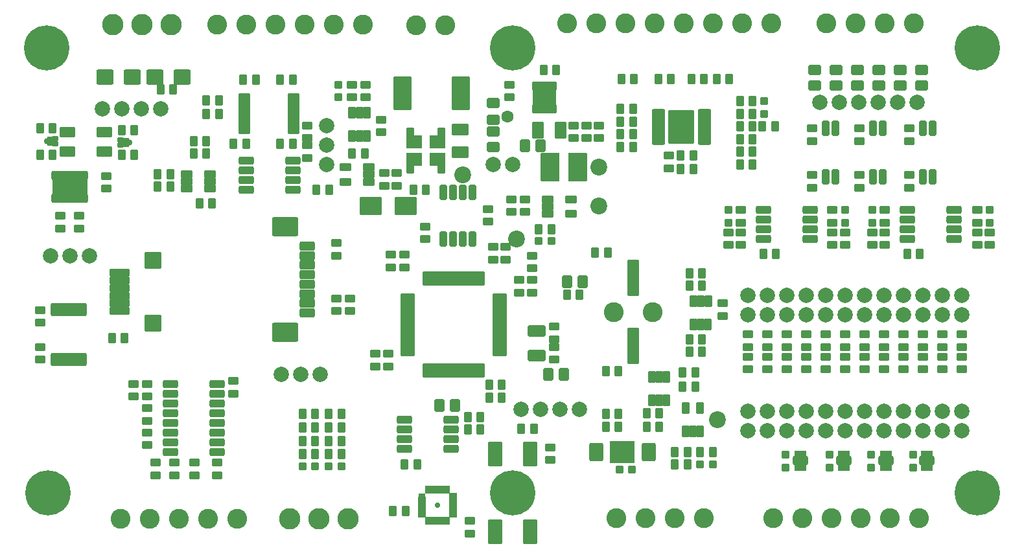
<source format=gbr>
%TF.GenerationSoftware,KiCad,Pcbnew,7.0.8*%
%TF.CreationDate,2024-06-23T22:33:46+02:00*%
%TF.ProjectId,Stima V4 Slave R1_1,5374696d-6120-4563-9420-536c61766520,rev?*%
%TF.SameCoordinates,Original*%
%TF.FileFunction,Soldermask,Top*%
%TF.FilePolarity,Negative*%
%FSLAX46Y46*%
G04 Gerber Fmt 4.6, Leading zero omitted, Abs format (unit mm)*
G04 Created by KiCad (PCBNEW 7.0.8) date 2024-06-23 22:33:46*
%MOMM*%
%LPD*%
G01*
G04 APERTURE LIST*
G04 Aperture macros list*
%AMRoundRect*
0 Rectangle with rounded corners*
0 $1 Rounding radius*
0 $2 $3 $4 $5 $6 $7 $8 $9 X,Y pos of 4 corners*
0 Add a 4 corners polygon primitive as box body*
4,1,4,$2,$3,$4,$5,$6,$7,$8,$9,$2,$3,0*
0 Add four circle primitives for the rounded corners*
1,1,$1+$1,$2,$3*
1,1,$1+$1,$4,$5*
1,1,$1+$1,$6,$7*
1,1,$1+$1,$8,$9*
0 Add four rect primitives between the rounded corners*
20,1,$1+$1,$2,$3,$4,$5,0*
20,1,$1+$1,$4,$5,$6,$7,0*
20,1,$1+$1,$6,$7,$8,$9,0*
20,1,$1+$1,$8,$9,$2,$3,0*%
G04 Aperture macros list end*
%ADD10RoundRect,0.200000X0.750000X-1.400000X0.750000X1.400000X-0.750000X1.400000X-0.750000X-1.400000X0*%
%ADD11C,2.600000*%
%ADD12C,1.000000*%
%ADD13RoundRect,0.200000X1.500000X-2.000000X1.500000X2.000000X-1.500000X2.000000X-1.500000X-2.000000X0*%
%ADD14RoundRect,0.200000X0.650000X-0.200000X0.650000X0.200000X-0.650000X0.200000X-0.650000X-0.200000X0*%
%ADD15RoundRect,0.200000X-0.150000X-0.350000X0.150000X-0.350000X0.150000X0.350000X-0.150000X0.350000X0*%
%ADD16RoundRect,0.200000X0.350000X-0.150000X0.350000X0.150000X-0.350000X0.150000X-0.350000X-0.150000X0*%
%ADD17RoundRect,0.100000X0.350000X-0.150000X0.350000X0.150000X-0.350000X0.150000X-0.350000X-0.150000X0*%
%ADD18C,0.700000*%
%ADD19RoundRect,0.200000X2.125000X0.825000X-2.125000X0.825000X-2.125000X-0.825000X2.125000X-0.825000X0*%
%ADD20RoundRect,0.200000X0.200000X0.400000X-0.200000X0.400000X-0.200000X-0.400000X0.200000X-0.400000X0*%
%ADD21RoundRect,0.200000X0.600000X-0.200000X0.600000X0.200000X-0.600000X0.200000X-0.600000X-0.200000X0*%
%ADD22RoundRect,0.200000X-0.600000X-0.900000X0.600000X-0.900000X0.600000X0.900000X-0.600000X0.900000X0*%
%ADD23RoundRect,0.200000X-0.950000X0.550000X-0.950000X-0.550000X0.950000X-0.550000X0.950000X0.550000X0*%
%ADD24RoundRect,0.200000X-0.600000X0.300000X-0.600000X-0.300000X0.600000X-0.300000X0.600000X0.300000X0*%
%ADD25RoundRect,0.200000X-0.150000X0.400000X-0.150000X-0.400000X0.150000X-0.400000X0.150000X0.400000X0*%
%ADD26RoundRect,0.200000X-1.300000X0.900000X-1.300000X-0.900000X1.300000X-0.900000X1.300000X0.900000X0*%
%ADD27RoundRect,0.200000X-0.300000X-0.600000X0.300000X-0.600000X0.300000X0.600000X-0.300000X0.600000X0*%
%ADD28RoundRect,0.200000X0.200000X0.650000X-0.200000X0.650000X-0.200000X-0.650000X0.200000X-0.650000X0*%
%ADD29RoundRect,0.200000X0.800000X0.300000X-0.800000X0.300000X-0.800000X-0.300000X0.800000X-0.300000X0*%
%ADD30RoundRect,0.200000X-0.800000X-0.300000X0.800000X-0.300000X0.800000X0.300000X-0.800000X0.300000X0*%
%ADD31RoundRect,0.200000X0.600000X-0.300000X0.600000X0.300000X-0.600000X0.300000X-0.600000X-0.300000X0*%
%ADD32RoundRect,0.200000X0.300000X-0.800000X0.300000X0.800000X-0.300000X0.800000X-0.300000X-0.800000X0*%
%ADD33RoundRect,0.200000X-0.750000X0.140000X-0.750000X-0.140000X0.750000X-0.140000X0.750000X0.140000X0*%
%ADD34RoundRect,0.200000X0.140000X0.750000X-0.140000X0.750000X-0.140000X-0.750000X0.140000X-0.750000X0*%
%ADD35RoundRect,0.200000X0.500000X-0.300000X0.500000X0.300000X-0.500000X0.300000X-0.500000X-0.300000X0*%
%ADD36RoundRect,0.200000X-0.300000X-0.500000X0.300000X-0.500000X0.300000X0.500000X-0.300000X0.500000X0*%
%ADD37RoundRect,0.200000X-0.500000X0.300000X-0.500000X-0.300000X0.500000X-0.300000X0.500000X0.300000X0*%
%ADD38RoundRect,0.200000X-0.635000X0.450000X-0.635000X-0.450000X0.635000X-0.450000X0.635000X0.450000X0*%
%ADD39RoundRect,0.200000X0.300000X0.500000X-0.300000X0.500000X-0.300000X-0.500000X0.300000X-0.500000X0*%
%ADD40RoundRect,0.200000X0.900000X0.800000X-0.900000X0.800000X-0.900000X-0.800000X0.900000X-0.800000X0*%
%ADD41RoundRect,0.200000X-0.300000X0.800000X-0.300000X-0.800000X0.300000X-0.800000X0.300000X0.800000X0*%
%ADD42RoundRect,0.200000X-0.350000X-1.150000X0.350000X-1.150000X0.350000X1.150000X-0.350000X1.150000X0*%
%ADD43RoundRect,0.200000X-0.850000X-0.650000X0.850000X-0.650000X0.850000X0.650000X-0.850000X0.650000X0*%
%ADD44RoundRect,0.200000X0.550000X-1.700000X0.550000X1.700000X-0.550000X1.700000X-0.550000X-1.700000X0*%
%ADD45RoundRect,0.200000X0.490000X-1.700000X0.490000X1.700000X-0.490000X1.700000X-0.490000X-1.700000X0*%
%ADD46RoundRect,0.200000X0.800000X0.500000X-0.800000X0.500000X-0.800000X-0.500000X0.800000X-0.500000X0*%
%ADD47C,2.000000*%
%ADD48C,1.600000*%
%ADD49RoundRect,0.200000X0.750000X-0.300000X0.750000X0.300000X-0.750000X0.300000X-0.750000X-0.300000X0*%
%ADD50RoundRect,0.200000X0.900000X-0.600000X0.900000X0.600000X-0.900000X0.600000X-0.900000X-0.600000X0*%
%ADD51C,2.800000*%
%ADD52RoundRect,0.200000X-0.800000X0.400000X-0.800000X-0.400000X0.800000X-0.400000X0.800000X0.400000X0*%
%ADD53RoundRect,0.200000X-1.500000X1.050000X-1.500000X-1.050000X1.500000X-1.050000X1.500000X1.050000X0*%
%ADD54C,2.200000*%
%ADD55RoundRect,0.200000X-0.700000X-1.000000X0.700000X-1.000000X0.700000X1.000000X-0.700000X1.000000X0*%
%ADD56RoundRect,0.200000X-1.450000X-1.250000X1.450000X-1.250000X1.450000X1.250000X-1.450000X1.250000X0*%
%ADD57RoundRect,0.200000X0.600000X-0.225000X0.600000X0.225000X-0.600000X0.225000X-0.600000X-0.225000X0*%
%ADD58RoundRect,0.200000X0.800000X-0.400000X0.800000X0.400000X-0.800000X0.400000X-0.800000X-0.400000X0*%
%ADD59RoundRect,0.200000X-0.900000X0.600000X-0.900000X-0.600000X0.900000X-0.600000X0.900000X0.600000X0*%
%ADD60RoundRect,0.200000X-0.300000X-0.300000X0.300000X-0.300000X0.300000X0.300000X-0.300000X0.300000X0*%
%ADD61RoundRect,0.200000X0.300000X0.300000X-0.300000X0.300000X-0.300000X-0.300000X0.300000X-0.300000X0*%
%ADD62RoundRect,0.200000X0.300000X-0.300000X0.300000X0.300000X-0.300000X0.300000X-0.300000X-0.300000X0*%
%ADD63RoundRect,0.200000X-0.300000X0.300000X-0.300000X-0.300000X0.300000X-0.300000X0.300000X0.300000X0*%
%ADD64RoundRect,0.200000X1.250000X1.000000X-1.250000X1.000000X-1.250000X-1.000000X1.250000X-1.000000X0*%
%ADD65RoundRect,0.200000X0.225000X0.125000X-0.225000X0.125000X-0.225000X-0.125000X0.225000X-0.125000X0*%
%ADD66RoundRect,0.200000X-0.200000X-0.400000X0.200000X-0.400000X0.200000X0.400000X-0.200000X0.400000X0*%
%ADD67RoundRect,0.200000X-0.200000X-0.150000X0.200000X-0.150000X0.200000X0.150000X-0.200000X0.150000X0*%
%ADD68RoundRect,0.200000X-0.225000X-0.125000X0.225000X-0.125000X0.225000X0.125000X-0.225000X0.125000X0*%
%ADD69RoundRect,0.200000X0.200000X0.150000X-0.200000X0.150000X-0.200000X-0.150000X0.200000X-0.150000X0*%
%ADD70RoundRect,0.200000X1.000000X2.000000X-1.000000X2.000000X-1.000000X-2.000000X1.000000X-2.000000X0*%
%ADD71RoundRect,0.200000X-0.450000X-0.635000X0.450000X-0.635000X0.450000X0.635000X-0.450000X0.635000X0*%
%ADD72RoundRect,0.200000X0.600000X2.150000X-0.600000X2.150000X-0.600000X-2.150000X0.600000X-2.150000X0*%
%ADD73RoundRect,0.200000X0.450000X0.635000X-0.450000X0.635000X-0.450000X-0.635000X0.450000X-0.635000X0*%
%ADD74C,5.900000*%
G04 APERTURE END LIST*
D10*
%TO.C,SW1*%
X146215100Y-129006600D03*
X146215100Y-139166600D03*
X150787100Y-129006600D03*
X150787100Y-139166600D03*
%TD*%
D11*
%TO.C,*%
X161710700Y-110488400D03*
X166790700Y-110488400D03*
%TD*%
D12*
%TO.C,U16*%
X171440100Y-87776600D03*
X171440100Y-86252600D03*
X171440100Y-84728600D03*
X170551100Y-87776600D03*
D13*
X170551100Y-86252600D03*
D12*
X170551100Y-84728600D03*
X169662100Y-87776600D03*
X169662100Y-86252600D03*
X169662100Y-84728600D03*
D14*
X173551100Y-84302600D03*
X173551100Y-84952600D03*
X173551100Y-85602600D03*
X173551100Y-86252600D03*
X173551100Y-86902600D03*
X173551100Y-87552600D03*
X173551100Y-88202600D03*
X167551100Y-88202600D03*
X167551100Y-87552600D03*
X167551100Y-86902600D03*
X167551100Y-86252600D03*
X167551100Y-85602600D03*
X167551100Y-84952600D03*
X167551100Y-84302600D03*
%TD*%
D15*
%TO.C,U11*%
X137440100Y-133717600D03*
X137940100Y-133717600D03*
X138440100Y-133717600D03*
X138940100Y-133717600D03*
X139440100Y-133717600D03*
X139940100Y-133717600D03*
D16*
X140690100Y-134467600D03*
X140690100Y-134967600D03*
X140690100Y-135467600D03*
X140690100Y-135967600D03*
X140690100Y-136467600D03*
X140690100Y-136967590D03*
D15*
X139940100Y-137717600D03*
X139440100Y-137717600D03*
X138940100Y-137717600D03*
X138440100Y-137717600D03*
X137940100Y-137717600D03*
X137440100Y-137717600D03*
D16*
X136690100Y-136967590D03*
X136690100Y-136467600D03*
X136690100Y-135967600D03*
X136690100Y-135467600D03*
X136690100Y-134967600D03*
D17*
X136690100Y-134467600D03*
D18*
X138690100Y-135717600D03*
%TD*%
D19*
%TO.C,U4*%
X90634100Y-94105600D03*
D20*
X88684100Y-92605600D03*
X89334100Y-92605600D03*
X89984100Y-92605600D03*
X90634100Y-92605600D03*
X91284100Y-92605600D03*
X91934100Y-92605600D03*
X92584100Y-92605600D03*
X92584100Y-95605600D03*
X91934100Y-95605600D03*
X91284100Y-95605600D03*
X90634100Y-95605600D03*
X89984100Y-95605600D03*
X89334100Y-95605600D03*
X88684100Y-95605600D03*
%TD*%
D21*
%TO.C,U5*%
X113426100Y-82270600D03*
X113426100Y-82920600D03*
X113426100Y-83570600D03*
X113426100Y-84220600D03*
X113426100Y-84870600D03*
X113426100Y-85520600D03*
X113426100Y-86170600D03*
X113426100Y-86820600D03*
X119926100Y-86820600D03*
X119926100Y-86170600D03*
X119926100Y-85520600D03*
X119926100Y-84870600D03*
X119926100Y-84220600D03*
X119926100Y-83570600D03*
X119926100Y-82920600D03*
X119926100Y-82270600D03*
%TD*%
D22*
%TO.C,C82*%
X151803100Y-86715600D03*
X154803100Y-86715600D03*
%TD*%
D23*
%TO.C,X1*%
X151676100Y-112979200D03*
X151676100Y-116179600D03*
%TD*%
D24*
%TO.C,U20*%
X156121100Y-95732600D03*
X156121100Y-97637600D03*
X153073100Y-97632600D03*
X153073100Y-96682600D03*
X153073100Y-95732600D03*
%TD*%
D25*
%TO.C,U19*%
X151422100Y-83921600D03*
X151922100Y-83921600D03*
X152422100Y-83921600D03*
X152922100Y-83921600D03*
X153422100Y-83921600D03*
X153922100Y-83921600D03*
X153922100Y-80921600D03*
X153422100Y-80921600D03*
X152922100Y-80921600D03*
X152422100Y-80921600D03*
X151922100Y-80921600D03*
X151422100Y-80921600D03*
D12*
X151783100Y-82929600D03*
X152672100Y-82929600D03*
X153561100Y-82929600D03*
X151783100Y-82421600D03*
D26*
X152672100Y-82421600D03*
D12*
X153561100Y-82421600D03*
X151783100Y-81913600D03*
X152672100Y-81913600D03*
X153561100Y-81913600D03*
%TD*%
D27*
%TO.C,U18*%
X166667110Y-122021600D03*
X167617110Y-122021600D03*
X168567110Y-122021600D03*
X168572110Y-118973600D03*
X167617110Y-118973600D03*
X166667110Y-118973600D03*
%TD*%
%TO.C,U17*%
X171107100Y-123037600D03*
X173012100Y-123037600D03*
X173007100Y-126085600D03*
X172057100Y-126085600D03*
X171107100Y-126085600D03*
%TD*%
%TO.C,U15*%
X172128100Y-112115600D03*
X173078100Y-112115600D03*
X174028100Y-112115600D03*
X174033100Y-109067600D03*
X173078100Y-109067600D03*
X172128100Y-109067600D03*
%TD*%
D28*
%TO.C,U14*%
X88557100Y-110187600D03*
X89207100Y-110187600D03*
X89857100Y-110187600D03*
X90507100Y-110187600D03*
X91157100Y-110187600D03*
X91807100Y-110187600D03*
X92457100Y-110187600D03*
X92457100Y-116687600D03*
X91807100Y-116687600D03*
X91157100Y-116687600D03*
X90507100Y-116687600D03*
X89857100Y-116687600D03*
X89207100Y-116687600D03*
X88557100Y-116687600D03*
%TD*%
D29*
%TO.C,U13*%
X187363100Y-100939600D03*
X187363100Y-99669600D03*
X187363100Y-98399600D03*
X187363100Y-97129600D03*
X181267100Y-97129600D03*
X181267100Y-98399600D03*
X181267100Y-99669600D03*
X181267100Y-100939600D03*
%TD*%
%TO.C,U12*%
X206159100Y-100939600D03*
X206159100Y-99669600D03*
X206159100Y-98399600D03*
X206159100Y-97129600D03*
X200063100Y-97129600D03*
X200063100Y-98399600D03*
X200063100Y-99669600D03*
X200063100Y-100939600D03*
%TD*%
D30*
%TO.C,U10*%
X103778340Y-119881360D03*
X103778340Y-121151360D03*
X103778340Y-122421360D03*
X103778340Y-123691360D03*
X103778340Y-124961360D03*
X103778340Y-126231360D03*
X103778340Y-127501360D03*
X103778340Y-128771360D03*
X109874340Y-128771360D03*
X109874340Y-127501360D03*
X109874340Y-126231360D03*
X109874340Y-124961360D03*
X109874340Y-123691360D03*
X109874340Y-122421360D03*
X109874340Y-121151360D03*
X109874340Y-119881360D03*
%TD*%
D24*
%TO.C,U9*%
X105956100Y-92430600D03*
X105956100Y-93380600D03*
X105956100Y-94330600D03*
X109004100Y-94335600D03*
X109004100Y-93380600D03*
X109004100Y-92430600D03*
%TD*%
D27*
%TO.C,U8*%
X127546100Y-84429600D03*
X128496100Y-84429600D03*
X129451100Y-84429600D03*
X129446100Y-87477600D03*
X128496100Y-87477600D03*
X127546100Y-87477600D03*
%TD*%
D31*
%TO.C,U7*%
X126657100Y-93446600D03*
X126657100Y-91541600D03*
X129705100Y-91546600D03*
X129705100Y-92496600D03*
X129705100Y-93446600D03*
%TD*%
D30*
%TO.C,U6*%
X113703100Y-90652600D03*
X113703100Y-91922600D03*
X113703100Y-93192600D03*
X113703100Y-94462600D03*
X119799100Y-94462600D03*
X119799100Y-93192600D03*
X119799100Y-91922600D03*
X119799100Y-90652600D03*
%TD*%
D32*
%TO.C,U3*%
X139484100Y-100939600D03*
X140754100Y-100939600D03*
X142024100Y-100939600D03*
X143294100Y-100939600D03*
X143294100Y-94843600D03*
X142024100Y-94843600D03*
X140754100Y-94843600D03*
X139484100Y-94843600D03*
%TD*%
D30*
%TO.C,U2*%
X134404100Y-124561600D03*
X134404100Y-125831600D03*
X134404100Y-127101600D03*
X134404100Y-128371600D03*
X140500100Y-128371600D03*
X140500100Y-127101600D03*
X140500100Y-125831600D03*
X140500100Y-124561600D03*
%TD*%
D33*
%TO.C,U1*%
X146785090Y-115885590D03*
X146785090Y-115385600D03*
X146785090Y-114885600D03*
X146785090Y-114385600D03*
X146785090Y-113885600D03*
X146785090Y-113385600D03*
X146785090Y-112885600D03*
X146785090Y-112385600D03*
X146785090Y-111885600D03*
X146785090Y-111385600D03*
X146785090Y-110885600D03*
X146785090Y-110385610D03*
X146785090Y-109885600D03*
X146785090Y-109385600D03*
X146785090Y-108885610D03*
X146785090Y-108385610D03*
D34*
X144535090Y-106135610D03*
X144035090Y-106135610D03*
X143535090Y-106135610D03*
X143035090Y-106135610D03*
X142535090Y-106135610D03*
X142035090Y-106135610D03*
X141535090Y-106135610D03*
X141035090Y-106135610D03*
X140535090Y-106135610D03*
X140035100Y-106135610D03*
X139535100Y-106135610D03*
X139035100Y-106135610D03*
X138535100Y-106135610D03*
X138035100Y-106135610D03*
X137535100Y-106135610D03*
X137035100Y-106135610D03*
D33*
X134785100Y-108385610D03*
X134785100Y-108885610D03*
X134785100Y-109385600D03*
X134785100Y-109885600D03*
X134785100Y-110385610D03*
X134785100Y-110885600D03*
X134785100Y-111385600D03*
X134785100Y-111885600D03*
X134785100Y-112385600D03*
X134785100Y-112885600D03*
X134785100Y-113385600D03*
X134785100Y-113885600D03*
X134785100Y-114385600D03*
X134785100Y-114885600D03*
X134785100Y-115385600D03*
X134785100Y-115885590D03*
D34*
X137035100Y-118135600D03*
X137535100Y-118135600D03*
X138035100Y-118135600D03*
X138535100Y-118135600D03*
X139035100Y-118135600D03*
X139535100Y-118135600D03*
X140035100Y-118135600D03*
X140535090Y-118135600D03*
X141035090Y-118135600D03*
X141535090Y-118135600D03*
X142035090Y-118135600D03*
X142535090Y-118135600D03*
X143035090Y-118135600D03*
X143535090Y-118135600D03*
X144035090Y-118135600D03*
X144535090Y-118135600D03*
%TD*%
D35*
%TO.C,R79*%
X153454100Y-129805100D03*
X153454100Y-128154100D03*
%TD*%
%TO.C,R78*%
X121704100Y-90308100D03*
X121704100Y-88657100D03*
%TD*%
D36*
%TO.C,R77*%
X122861400Y-94461000D03*
X124512400Y-94461000D03*
%TD*%
D37*
%TO.C,R76*%
X121704100Y-86080600D03*
X121704100Y-87731600D03*
%TD*%
D38*
%TO.C,R75*%
X199174100Y-78841600D03*
X199174100Y-80873600D03*
%TD*%
%TO.C,R74*%
X193586100Y-78841600D03*
X193586100Y-80873600D03*
%TD*%
%TO.C,R73*%
X187998100Y-78841600D03*
X187998100Y-80873600D03*
%TD*%
D35*
%TO.C,R72*%
X148120100Y-82416360D03*
X148120100Y-80765360D03*
%TD*%
D38*
%TO.C,R71*%
X145961100Y-86842600D03*
X145961100Y-88874600D03*
%TD*%
D36*
%TO.C,R70*%
X170726100Y-118338600D03*
X172377100Y-118338600D03*
%TD*%
D39*
%TO.C,R69*%
X172377100Y-120243600D03*
X170726100Y-120243600D03*
%TD*%
%TO.C,R68*%
X179870100Y-89509600D03*
X178219100Y-89509600D03*
%TD*%
%TO.C,R67*%
X179870100Y-91160600D03*
X178219100Y-91160600D03*
%TD*%
D36*
%TO.C,R66*%
X162598100Y-87223600D03*
X164249100Y-87223600D03*
%TD*%
%TO.C,R65*%
X162598100Y-88874600D03*
X164249100Y-88874600D03*
%TD*%
%TO.C,R64*%
X178219100Y-82905600D03*
X179870100Y-82905600D03*
%TD*%
%TO.C,R63*%
X162598100Y-83921600D03*
X164249100Y-83921600D03*
%TD*%
%TO.C,R62*%
X178219100Y-86207600D03*
X179870100Y-86207600D03*
%TD*%
%TO.C,R61*%
X178219100Y-84556600D03*
X179870100Y-84556600D03*
%TD*%
%TO.C,R60*%
X162598100Y-85572600D03*
X164249100Y-85572600D03*
%TD*%
D39*
%TO.C,R59*%
X172123100Y-91795600D03*
X170472100Y-91795600D03*
%TD*%
%TO.C,R58*%
X179870100Y-87858600D03*
X178219100Y-87858600D03*
%TD*%
D37*
%TO.C,R57*%
X175933100Y-109321600D03*
X175933100Y-110972600D03*
%TD*%
D36*
%TO.C,R56*%
X159296100Y-102717600D03*
X160947100Y-102717600D03*
%TD*%
D37*
%TO.C,R55*%
X179235100Y-113385600D03*
X179235100Y-115036600D03*
%TD*%
%TO.C,R54*%
X181775100Y-113385600D03*
X181775100Y-115036600D03*
%TD*%
%TO.C,R53*%
X184315100Y-113385600D03*
X184315100Y-115036600D03*
%TD*%
D35*
%TO.C,R52*%
X179235100Y-117957600D03*
X179235100Y-116306600D03*
%TD*%
%TO.C,R51*%
X181775100Y-117957600D03*
X181775100Y-116306600D03*
%TD*%
D37*
%TO.C,R50*%
X178346100Y-100050600D03*
X178346100Y-101701600D03*
%TD*%
D35*
%TO.C,R49*%
X184315100Y-117957600D03*
X184315100Y-116306600D03*
%TD*%
D37*
%TO.C,R48*%
X186855100Y-113385600D03*
X186855100Y-115036600D03*
%TD*%
%TO.C,R47*%
X189395100Y-113385600D03*
X189395100Y-115036600D03*
%TD*%
%TO.C,R46*%
X191935100Y-113385600D03*
X191935100Y-115036600D03*
%TD*%
D35*
%TO.C,R45*%
X186855100Y-117957600D03*
X186855100Y-116306600D03*
%TD*%
%TO.C,R44*%
X189395100Y-117957600D03*
X189395100Y-116306600D03*
%TD*%
D37*
%TO.C,R43*%
X190284100Y-100050600D03*
X190284100Y-101701600D03*
%TD*%
D35*
%TO.C,R42*%
X191935100Y-117957600D03*
X191935100Y-116306600D03*
%TD*%
D37*
%TO.C,R41*%
X200317100Y-92557600D03*
X200317100Y-94208600D03*
%TD*%
%TO.C,R40*%
X200317100Y-86461600D03*
X200317100Y-88112600D03*
%TD*%
D38*
%TO.C,R39*%
X201968100Y-78841600D03*
X201968100Y-80873600D03*
%TD*%
D37*
%TO.C,R38*%
X194475100Y-113385600D03*
X194475100Y-115036600D03*
%TD*%
%TO.C,R37*%
X197015100Y-113385600D03*
X197015100Y-115036600D03*
%TD*%
%TO.C,R36*%
X199555100Y-113385600D03*
X199555100Y-115036600D03*
%TD*%
D35*
%TO.C,R35*%
X194475100Y-117957600D03*
X194475100Y-116306600D03*
%TD*%
%TO.C,R34*%
X197015100Y-117957600D03*
X197015100Y-116306600D03*
%TD*%
D37*
%TO.C,R33*%
X193840100Y-92557600D03*
X193840100Y-94208600D03*
%TD*%
%TO.C,R32*%
X197142100Y-100050600D03*
X197142100Y-101701600D03*
%TD*%
D35*
%TO.C,R31*%
X199555100Y-117957600D03*
X199555100Y-116306600D03*
%TD*%
D37*
%TO.C,R30*%
X193840100Y-86461600D03*
X193840100Y-88112600D03*
%TD*%
D38*
%TO.C,R29*%
X196380100Y-78841600D03*
X196380100Y-80873600D03*
%TD*%
D37*
%TO.C,R28*%
X202095100Y-113385600D03*
X202095100Y-115036600D03*
%TD*%
%TO.C,R27*%
X204635100Y-113385600D03*
X204635100Y-115036600D03*
%TD*%
%TO.C,R26*%
X207175100Y-113385600D03*
X207175100Y-115036600D03*
%TD*%
D35*
%TO.C,R25*%
X202095100Y-117957600D03*
X202095100Y-116306600D03*
%TD*%
D37*
%TO.C,R24*%
X187617100Y-92557600D03*
X187617100Y-94208600D03*
%TD*%
%TO.C,R23*%
X187617100Y-86461600D03*
X187617100Y-88112600D03*
%TD*%
D35*
%TO.C,R22*%
X204635100Y-117957600D03*
X204635100Y-116306600D03*
%TD*%
D38*
%TO.C,R21*%
X190792100Y-78841600D03*
X190792100Y-80873600D03*
%TD*%
D37*
%TO.C,R20*%
X209207100Y-100050600D03*
X209207100Y-101701600D03*
%TD*%
D35*
%TO.C,R19*%
X207175100Y-117957600D03*
X207175100Y-116306600D03*
%TD*%
D36*
%TO.C,R18*%
X121069100Y-123799600D03*
X122720100Y-123799600D03*
%TD*%
D39*
%TO.C,R17*%
X126149100Y-123799600D03*
X124498100Y-123799600D03*
%TD*%
%TO.C,R16*%
X109258100Y-96240600D03*
X107607100Y-96240600D03*
%TD*%
D37*
%TO.C,R15*%
X131356100Y-85318600D03*
X131356100Y-86969600D03*
%TD*%
D39*
%TO.C,R14*%
X110147100Y-82778600D03*
X108496100Y-82778600D03*
%TD*%
%TO.C,R13*%
X110147100Y-84556600D03*
X108496100Y-84556600D03*
%TD*%
D40*
%TO.C,R12*%
X105321100Y-79730600D03*
X101765100Y-79730600D03*
%TD*%
%TO.C,R11*%
X98844100Y-79730600D03*
X95288100Y-79730600D03*
%TD*%
D36*
%TO.C,R10*%
X160693100Y-118211600D03*
X162344100Y-118211600D03*
%TD*%
D35*
%TO.C,R9*%
X137071100Y-100958360D03*
X137071100Y-99307360D03*
%TD*%
D36*
%TO.C,R8*%
X155613100Y-108178600D03*
X157264100Y-108178600D03*
%TD*%
%TO.C,R7*%
X149644100Y-125704600D03*
X151295100Y-125704600D03*
%TD*%
%TO.C,R6*%
X134404100Y-130403600D03*
X136055100Y-130403600D03*
%TD*%
D39*
%TO.C,R5*%
X144310100Y-125831600D03*
X142659100Y-125831600D03*
%TD*%
%TO.C,R4*%
X144310100Y-124180600D03*
X142659100Y-124180600D03*
%TD*%
D35*
%TO.C,R3*%
X127292100Y-110337600D03*
X127292100Y-108686600D03*
%TD*%
%TO.C,R2*%
X125514100Y-110337600D03*
X125514100Y-108686600D03*
%TD*%
D37*
%TO.C,R1*%
X125514100Y-101447600D03*
X125514100Y-103098600D03*
%TD*%
D41*
%TO.C,OC3*%
X203365100Y-86461600D03*
X202095100Y-86461600D03*
X202095100Y-92811600D03*
X203365100Y-92811600D03*
%TD*%
%TO.C,OC2*%
X196888100Y-86461600D03*
X195618100Y-86461600D03*
X195618100Y-92811600D03*
X196888100Y-92811600D03*
%TD*%
%TO.C,OC1*%
X190665100Y-86461600D03*
X189395100Y-86461600D03*
X189395100Y-92811600D03*
X190665100Y-92811600D03*
%TD*%
D42*
%TO.C,L3*%
X139230100Y-87731600D03*
D43*
X138722100Y-88239600D03*
X138722100Y-90525600D03*
D42*
X139230100Y-91033600D03*
D43*
X135674100Y-90525600D03*
D42*
X135166100Y-91033600D03*
X135166100Y-87731600D03*
D43*
X135674100Y-88239600D03*
%TD*%
D44*
%TO.C,L2*%
X152946100Y-91541600D03*
D45*
X153962100Y-91541600D03*
X156502100Y-91541600D03*
D44*
X157518100Y-91541600D03*
%TD*%
D46*
%TO.C,L1*%
X90335100Y-86969600D03*
X90335100Y-89509600D03*
X95161100Y-89509600D03*
X95161100Y-86969600D03*
%TD*%
D47*
%TO.C,JP35*%
X198793100Y-83032600D03*
X201333100Y-83032600D03*
%TD*%
%TO.C,JP34*%
X193713100Y-83032600D03*
X196253100Y-83032600D03*
%TD*%
%TO.C,JP33*%
X191173100Y-83032600D03*
X188633100Y-83032600D03*
%TD*%
%TO.C,JP32*%
X148501100Y-91160600D03*
X145961100Y-91160600D03*
%TD*%
%TO.C,JP31*%
X179235100Y-108305600D03*
X179235100Y-110845600D03*
%TD*%
%TO.C,JP30*%
X181775100Y-108305600D03*
X181775100Y-110845600D03*
%TD*%
%TO.C,JP29*%
X184315100Y-108305600D03*
X184315100Y-110845600D03*
%TD*%
%TO.C,JP28*%
X179235100Y-125958600D03*
X179235100Y-123418600D03*
%TD*%
%TO.C,JP27*%
X181775100Y-125958600D03*
X181775100Y-123418600D03*
%TD*%
%TO.C,JP26*%
X184315100Y-125958600D03*
X184315100Y-123418600D03*
%TD*%
%TO.C,JP25*%
X186855100Y-108305600D03*
X186855100Y-110845600D03*
%TD*%
%TO.C,JP24*%
X189395100Y-108305600D03*
X189395100Y-110845600D03*
%TD*%
%TO.C,JP23*%
X191935100Y-110845600D03*
X191935100Y-108305600D03*
%TD*%
%TO.C,JP22*%
X186855100Y-125958600D03*
X186855100Y-123418600D03*
%TD*%
%TO.C,JP21*%
X189395100Y-125958600D03*
X189395100Y-123418600D03*
%TD*%
%TO.C,JP20*%
X191935100Y-125958600D03*
X191935100Y-123418600D03*
%TD*%
%TO.C,JP19*%
X194475100Y-108305600D03*
X194475100Y-110845600D03*
%TD*%
%TO.C,JP18*%
X197015100Y-108305600D03*
X197015100Y-110845600D03*
%TD*%
%TO.C,JP17*%
X199555100Y-108305600D03*
X199555100Y-110845600D03*
%TD*%
%TO.C,JP16*%
X194475100Y-125958600D03*
X194475100Y-123418600D03*
%TD*%
%TO.C,JP15*%
X197015100Y-125958600D03*
X197015100Y-123418600D03*
%TD*%
%TO.C,JP14*%
X199555100Y-125958600D03*
X199555100Y-123418600D03*
%TD*%
%TO.C,JP13*%
X202095100Y-108305600D03*
X202095100Y-110845600D03*
%TD*%
%TO.C,JP12*%
X204635100Y-108305600D03*
X204635100Y-110845600D03*
%TD*%
%TO.C,JP11*%
X207175100Y-108305600D03*
X207175100Y-110845600D03*
%TD*%
%TO.C,JP10*%
X202095100Y-125958600D03*
X202095100Y-123418600D03*
%TD*%
%TO.C,JP9*%
X204635100Y-125958600D03*
X204635100Y-123418600D03*
%TD*%
%TO.C,JP8*%
X207175100Y-125958600D03*
X207175100Y-123418600D03*
%TD*%
%TO.C,JP7*%
X93256100Y-103098600D03*
X90716100Y-103098600D03*
X88176100Y-103098600D03*
%TD*%
%TO.C,JP6*%
X124244100Y-86080600D03*
X124244100Y-88620600D03*
X124244100Y-91160600D03*
%TD*%
%TO.C,JP5*%
X102527100Y-83921600D03*
X99987100Y-83921600D03*
%TD*%
%TO.C,JP4*%
X97447100Y-83921600D03*
X94907100Y-83921600D03*
%TD*%
%TO.C,JP3*%
X154724100Y-123164600D03*
X157264100Y-123164600D03*
%TD*%
%TO.C,JP2*%
X149644100Y-123164600D03*
X152184100Y-123164600D03*
%TD*%
%TO.C,JP1*%
X118275100Y-118592600D03*
X120815100Y-118592600D03*
X123355100Y-118592600D03*
%TD*%
D11*
%TO.C,J12*%
X135928100Y-72999600D03*
X139738100Y-72999600D03*
%TD*%
D48*
%TO.C,J11*%
X147866100Y-84937600D03*
%TD*%
D11*
%TO.C,J10*%
X155613100Y-72745600D03*
X159423100Y-72745600D03*
X163233100Y-72745600D03*
X167043100Y-72745600D03*
X170853100Y-72745600D03*
X174663100Y-72745600D03*
X178473100Y-72745600D03*
X182283100Y-72745600D03*
%TD*%
%TO.C,J9*%
X173520100Y-137388600D03*
X169710100Y-137388600D03*
X165900100Y-137388600D03*
X162090100Y-137388600D03*
%TD*%
%TO.C,J8*%
X201587100Y-137388600D03*
X197777100Y-137388600D03*
X193967100Y-137388600D03*
X190157100Y-137388600D03*
X186347100Y-137388600D03*
X182537100Y-137388600D03*
%TD*%
%TO.C,J7*%
X189522100Y-72745600D03*
X193332100Y-72745600D03*
X197142100Y-72745600D03*
X200952100Y-72745600D03*
%TD*%
D49*
%TO.C,J6*%
X97574100Y-110337600D03*
X96812100Y-110337600D03*
X97574100Y-109337600D03*
X96812100Y-109337600D03*
X97574100Y-108337600D03*
X96812100Y-108337600D03*
X97574100Y-107337600D03*
X96812100Y-107337600D03*
X97574100Y-106337600D03*
X96812100Y-106337600D03*
X97574100Y-105337600D03*
X96812100Y-105337600D03*
D50*
X101485700Y-103407200D03*
X101485700Y-104042200D03*
X101485700Y-111633000D03*
X101485700Y-112268000D03*
%TD*%
D11*
%TO.C,J5*%
X112560100Y-137515600D03*
X108750100Y-137515600D03*
X104940100Y-137515600D03*
X101130100Y-137515600D03*
X97320100Y-137515600D03*
%TD*%
D51*
%TO.C,J4*%
X127038100Y-137515600D03*
X123228100Y-137515600D03*
X119418100Y-137515600D03*
%TD*%
%TO.C,J3*%
X96304100Y-72872600D03*
X100114100Y-72872600D03*
X103924100Y-72872600D03*
%TD*%
D11*
%TO.C,J2*%
X109893100Y-72872600D03*
X113703100Y-72872600D03*
X117513100Y-72872600D03*
X121323100Y-72872600D03*
X125133100Y-72872600D03*
X128943100Y-72872600D03*
%TD*%
D52*
%TO.C,J1*%
X121704100Y-110591600D03*
X121704100Y-109341600D03*
X121704100Y-108091600D03*
X121704100Y-106841600D03*
X121704100Y-105591600D03*
X121704100Y-104341600D03*
X121704100Y-103091600D03*
X121704100Y-101841600D03*
D53*
X118783100Y-113131600D03*
X118783100Y-99301600D03*
%TD*%
D54*
%TO.C,GND1*%
X159804100Y-96621600D03*
%TD*%
D55*
%TO.C,FIL15*%
X159423100Y-128752600D03*
X166281100Y-128752600D03*
D56*
X162852100Y-128752600D03*
%TD*%
D57*
%TO.C,FIL14*%
X186093100Y-130784600D03*
X186093100Y-129006600D03*
D58*
X186093100Y-129895600D03*
%TD*%
D57*
%TO.C,FIL13*%
X191808100Y-130784600D03*
X191808100Y-129006600D03*
D58*
X191808100Y-129895600D03*
%TD*%
D57*
%TO.C,FIL12*%
X197269100Y-130784600D03*
X197269100Y-129006600D03*
D58*
X197269100Y-129895600D03*
%TD*%
D57*
%TO.C,FIL11*%
X202603100Y-130784600D03*
X202603100Y-129006600D03*
D58*
X202603100Y-129895600D03*
%TD*%
D37*
%TO.C,FIL7*%
X109893100Y-130168360D03*
X109893100Y-131819360D03*
%TD*%
%TO.C,FIL6*%
X104305100Y-130168370D03*
X104305100Y-131819370D03*
%TD*%
%TO.C,FIL5*%
X101892100Y-130168360D03*
X101892100Y-131819360D03*
%TD*%
%TO.C,FIL4*%
X106972100Y-130168370D03*
X106972100Y-131819370D03*
%TD*%
D39*
%TO.C,FIL3*%
X122720100Y-127355600D03*
X121069100Y-127355600D03*
%TD*%
D36*
%TO.C,FIL2*%
X124498100Y-127355600D03*
X126149100Y-127355600D03*
%TD*%
D37*
%TO.C,FIL1*%
X151041100Y-103098600D03*
X151041100Y-104749600D03*
%TD*%
D59*
%TO.C,F1*%
X141643100Y-86588600D03*
X141643100Y-89588600D03*
%TD*%
D60*
%TO.C,DZ19*%
X151930100Y-101193600D03*
X153581100Y-101193600D03*
%TD*%
D61*
%TO.C,DZ18*%
X164122100Y-131038600D03*
X162471100Y-131038600D03*
%TD*%
D60*
%TO.C,DZ17*%
X173012100Y-130403600D03*
X174663100Y-130403600D03*
%TD*%
D62*
%TO.C,DZ16*%
X181394100Y-84556600D03*
X181394100Y-82905600D03*
%TD*%
D63*
%TO.C,DZ15*%
X176695100Y-97129600D03*
X176695100Y-98780600D03*
%TD*%
D62*
%TO.C,DZ14*%
X184188100Y-130784600D03*
X184188100Y-129133600D03*
%TD*%
%TO.C,DZ13*%
X191935100Y-98780600D03*
X191935100Y-97129600D03*
%TD*%
%TO.C,DZ12*%
X189903100Y-130784600D03*
X189903100Y-129133600D03*
%TD*%
D63*
%TO.C,DZ11*%
X195491100Y-97129600D03*
X195491100Y-98780600D03*
%TD*%
D62*
%TO.C,DZ10*%
X195364100Y-130784600D03*
X195364100Y-129133600D03*
%TD*%
%TO.C,DZ9*%
X210858100Y-98780600D03*
X210858100Y-97129600D03*
%TD*%
%TO.C,DZ8*%
X200825100Y-130784600D03*
X200825100Y-129133600D03*
%TD*%
D60*
%TO.C,DZ7*%
X121069100Y-130657600D03*
X122720100Y-130657600D03*
%TD*%
D61*
%TO.C,DZ6*%
X126149100Y-130657600D03*
X124498100Y-130657600D03*
%TD*%
D62*
%TO.C,DZ5*%
X125768100Y-82397600D03*
X125768100Y-80746600D03*
%TD*%
D64*
%TO.C,DZ3*%
X134531100Y-96621600D03*
X129959100Y-96621600D03*
%TD*%
D65*
%TO.C,DZ2*%
X97320100Y-87960200D03*
X97320100Y-88620600D03*
D66*
X98005900Y-88290400D03*
D67*
X98361500Y-88290400D03*
%TD*%
D68*
%TO.C,DZ1*%
X88760300Y-88442800D03*
X88760300Y-87782400D03*
D20*
X88074500Y-88112600D03*
D69*
X87718900Y-88112600D03*
%TD*%
D38*
%TO.C,DL1*%
X145961100Y-83159600D03*
X145961100Y-85318600D03*
%TD*%
D70*
%TO.C,D1*%
X141770100Y-81889600D03*
X134150100Y-81889600D03*
%TD*%
D37*
%TO.C,C90*%
X159804100Y-86080600D03*
X159804100Y-87731600D03*
%TD*%
%TO.C,C89*%
X158153100Y-86080600D03*
X158153100Y-87731600D03*
%TD*%
%TO.C,C88*%
X156502100Y-86080600D03*
X156502100Y-87731600D03*
%TD*%
D36*
%TO.C,C87*%
X151930100Y-99669600D03*
X153581100Y-99669600D03*
%TD*%
D35*
%TO.C,C86*%
X150152100Y-97383600D03*
X150152100Y-95732600D03*
%TD*%
%TO.C,C85*%
X148374100Y-97383600D03*
X148374100Y-95732600D03*
%TD*%
D39*
%TO.C,C84*%
X154216100Y-78841600D03*
X152565100Y-78841600D03*
%TD*%
%TO.C,C83*%
X137198100Y-94462600D03*
X135547100Y-94462600D03*
%TD*%
D71*
%TO.C,C81*%
X150152100Y-88747600D03*
X152184100Y-88747600D03*
%TD*%
D36*
%TO.C,C80*%
X160693100Y-123799600D03*
X162344100Y-123799600D03*
%TD*%
%TO.C,C79*%
X160693100Y-125450600D03*
X162344100Y-125450600D03*
%TD*%
%TO.C,C78*%
X166027100Y-125450600D03*
X167678100Y-125450600D03*
%TD*%
%TO.C,C77*%
X166027100Y-123672600D03*
X167678100Y-123672600D03*
%TD*%
%TO.C,C76*%
X173012100Y-128752600D03*
X174663100Y-128752600D03*
%TD*%
D39*
%TO.C,C75*%
X171361100Y-130403600D03*
X169710100Y-130403600D03*
%TD*%
%TO.C,C74*%
X169710100Y-128752600D03*
X171361100Y-128752600D03*
%TD*%
%TO.C,C73*%
X176822100Y-79984600D03*
X175171100Y-79984600D03*
%TD*%
%TO.C,C72*%
X173520100Y-79984600D03*
X171869100Y-79984600D03*
%TD*%
%TO.C,C71*%
X164376100Y-79984600D03*
X162725100Y-79984600D03*
%TD*%
D36*
%TO.C,C70*%
X167551100Y-79984600D03*
X169202100Y-79984600D03*
%TD*%
%TO.C,C69*%
X181140100Y-86207600D03*
X182791100Y-86207600D03*
%TD*%
D37*
%TO.C,C68*%
X168948100Y-90017600D03*
X168948100Y-91668600D03*
%TD*%
D36*
%TO.C,C67*%
X170472100Y-90017600D03*
X172123100Y-90017600D03*
%TD*%
%TO.C,C66*%
X171615100Y-105384600D03*
X173266100Y-105384600D03*
%TD*%
%TO.C,C65*%
X171615100Y-107035600D03*
X173266100Y-107035600D03*
%TD*%
%TO.C,C64*%
X171615100Y-114020600D03*
X173266100Y-114020600D03*
%TD*%
%TO.C,C63*%
X171615100Y-115671600D03*
X173266100Y-115671600D03*
%TD*%
D37*
%TO.C,C62*%
X178346100Y-97129600D03*
X178346100Y-98780600D03*
%TD*%
D35*
%TO.C,C61*%
X176695100Y-101701600D03*
X176695100Y-100050600D03*
%TD*%
%TO.C,C60*%
X190284100Y-98780600D03*
X190284100Y-97129600D03*
%TD*%
%TO.C,C59*%
X191935100Y-101701600D03*
X191935100Y-100050600D03*
%TD*%
D36*
%TO.C,C58*%
X181267100Y-102844600D03*
X182918100Y-102844600D03*
%TD*%
D37*
%TO.C,C57*%
X197142100Y-97129600D03*
X197142100Y-98780600D03*
%TD*%
D35*
%TO.C,C56*%
X195491100Y-101701600D03*
X195491100Y-100050600D03*
%TD*%
%TO.C,C55*%
X209207100Y-98780600D03*
X209207100Y-97129600D03*
%TD*%
%TO.C,C54*%
X210858100Y-101701600D03*
X210858100Y-100050600D03*
%TD*%
D36*
%TO.C,C53*%
X200063100Y-102844600D03*
X201714100Y-102844600D03*
%TD*%
D37*
%TO.C,C52*%
X86779100Y-110210600D03*
X86779100Y-111861600D03*
%TD*%
D35*
%TO.C,C51*%
X86779100Y-116687600D03*
X86779100Y-115036600D03*
%TD*%
D36*
%TO.C,C50*%
X96177100Y-113893600D03*
X97828100Y-113893600D03*
%TD*%
D37*
%TO.C,C49*%
X142913100Y-137769600D03*
X142913100Y-139420600D03*
%TD*%
D39*
%TO.C,C48*%
X134531100Y-136499600D03*
X132880100Y-136499600D03*
%TD*%
D37*
%TO.C,C47*%
X112052100Y-119500370D03*
X112052100Y-121151370D03*
%TD*%
D39*
%TO.C,C46*%
X122720100Y-129006600D03*
X121069100Y-129006600D03*
%TD*%
D36*
%TO.C,C45*%
X121069100Y-125577600D03*
X122720100Y-125577600D03*
%TD*%
D35*
%TO.C,C44*%
X100725300Y-127874700D03*
X100725300Y-126223700D03*
%TD*%
%TO.C,C43*%
X100749100Y-124707360D03*
X100749100Y-123056360D03*
%TD*%
%TO.C,C42*%
X98971100Y-121532360D03*
X98971100Y-119881360D03*
%TD*%
D36*
%TO.C,C41*%
X124498100Y-129006600D03*
X126149100Y-129006600D03*
%TD*%
D39*
%TO.C,C40*%
X126149100Y-125577600D03*
X124498100Y-125577600D03*
%TD*%
D35*
%TO.C,C39*%
X100749100Y-121532360D03*
X100749100Y-119881360D03*
%TD*%
D39*
%TO.C,C38*%
X108496100Y-88112600D03*
X106845100Y-88112600D03*
%TD*%
%TO.C,C37*%
X108496100Y-89763600D03*
X106845100Y-89763600D03*
%TD*%
%TO.C,C36*%
X103797100Y-94081600D03*
X102146100Y-94081600D03*
%TD*%
%TO.C,C35*%
X103797100Y-92430600D03*
X102146100Y-92430600D03*
%TD*%
D36*
%TO.C,C34*%
X127546100Y-89763600D03*
X129197100Y-89763600D03*
%TD*%
D35*
%TO.C,C33*%
X129324100Y-82397600D03*
X129324100Y-80746600D03*
%TD*%
%TO.C,C32*%
X127546100Y-82397600D03*
X127546100Y-80746600D03*
%TD*%
D37*
%TO.C,C31*%
X133388100Y-92303600D03*
X133388100Y-93954600D03*
%TD*%
%TO.C,C30*%
X131737100Y-92303600D03*
X131737100Y-93954600D03*
%TD*%
D39*
%TO.C,C29*%
X119799100Y-80111600D03*
X118148100Y-80111600D03*
%TD*%
D36*
%TO.C,C28*%
X113322100Y-80111600D03*
X114973100Y-80111600D03*
%TD*%
D39*
%TO.C,C27*%
X119799100Y-88493600D03*
X118148100Y-88493600D03*
%TD*%
%TO.C,C26*%
X113703100Y-88493600D03*
X112052100Y-88493600D03*
%TD*%
%TO.C,C25*%
X99098100Y-89890600D03*
X97447100Y-89890600D03*
%TD*%
D35*
%TO.C,C24*%
X95415100Y-94335600D03*
X95415100Y-92684600D03*
%TD*%
D37*
%TO.C,C23*%
X89446100Y-99542600D03*
X89446100Y-97891600D03*
%TD*%
%TO.C,C22*%
X91859100Y-97891600D03*
X91859100Y-99542600D03*
%TD*%
D39*
%TO.C,C21*%
X104178100Y-81400360D03*
X102527100Y-81400360D03*
%TD*%
D36*
%TO.C,C20*%
X86779100Y-89890600D03*
X88430100Y-89890600D03*
%TD*%
%TO.C,C19*%
X86779100Y-86461600D03*
X88430100Y-86461600D03*
%TD*%
D39*
%TO.C,C18*%
X99098100Y-86715600D03*
X97447100Y-86715600D03*
%TD*%
D37*
%TO.C,C17*%
X145326100Y-97002600D03*
X145326100Y-98653600D03*
%TD*%
D72*
%TO.C,C16*%
X164249100Y-106019600D03*
X164249100Y-114909600D03*
%TD*%
D71*
%TO.C,C15*%
X153200100Y-118592600D03*
X155232100Y-118592600D03*
%TD*%
D37*
%TO.C,C14*%
X153962100Y-112369600D03*
X153962100Y-114020600D03*
%TD*%
D35*
%TO.C,C13*%
X153962100Y-116687600D03*
X153962100Y-115036600D03*
%TD*%
D71*
%TO.C,C12*%
X155613100Y-106527600D03*
X157645100Y-106527600D03*
%TD*%
D36*
%TO.C,C11*%
X145453100Y-121640600D03*
X147104100Y-121640600D03*
%TD*%
D37*
%TO.C,C10*%
X130594100Y-115925600D03*
X130594100Y-117576600D03*
%TD*%
%TO.C,C9*%
X132626100Y-102971600D03*
X132626100Y-104622600D03*
%TD*%
D35*
%TO.C,C8*%
X147612100Y-103606600D03*
X147612100Y-101955600D03*
%TD*%
D39*
%TO.C,C7*%
X147104100Y-119989600D03*
X145453100Y-119989600D03*
%TD*%
D35*
%TO.C,C6*%
X132245100Y-117576600D03*
X132245100Y-115925600D03*
%TD*%
%TO.C,C5*%
X134404100Y-104622600D03*
X134404100Y-102971600D03*
%TD*%
D37*
%TO.C,C4*%
X145961100Y-101955600D03*
X145961100Y-103606600D03*
%TD*%
D73*
%TO.C,C3*%
X140984300Y-122655000D03*
X138952300Y-122655000D03*
%TD*%
D37*
%TO.C,C2*%
X151041100Y-106273600D03*
X151041100Y-107924600D03*
%TD*%
%TO.C,C1*%
X149390100Y-106273600D03*
X149390100Y-107924600D03*
%TD*%
D74*
%TO.C,A6*%
X148501100Y-75920600D03*
%TD*%
%TO.C,A5*%
X148501100Y-134086600D03*
%TD*%
%TO.C,A4*%
X87668100Y-75920600D03*
%TD*%
%TO.C,A3*%
X87795100Y-134086600D03*
%TD*%
%TO.C,A2*%
X209207100Y-134086600D03*
%TD*%
%TO.C,A1*%
X209207100Y-75920600D03*
%TD*%
D54*
%TO.C,+12V1*%
X142024100Y-92557600D03*
%TD*%
%TO.C,+5V1*%
X159804100Y-91541600D03*
%TD*%
%TO.C,+3V3S1*%
X175298100Y-124561600D03*
%TD*%
%TO.C,+3V3*%
X149009100Y-100939600D03*
%TD*%
M02*

</source>
